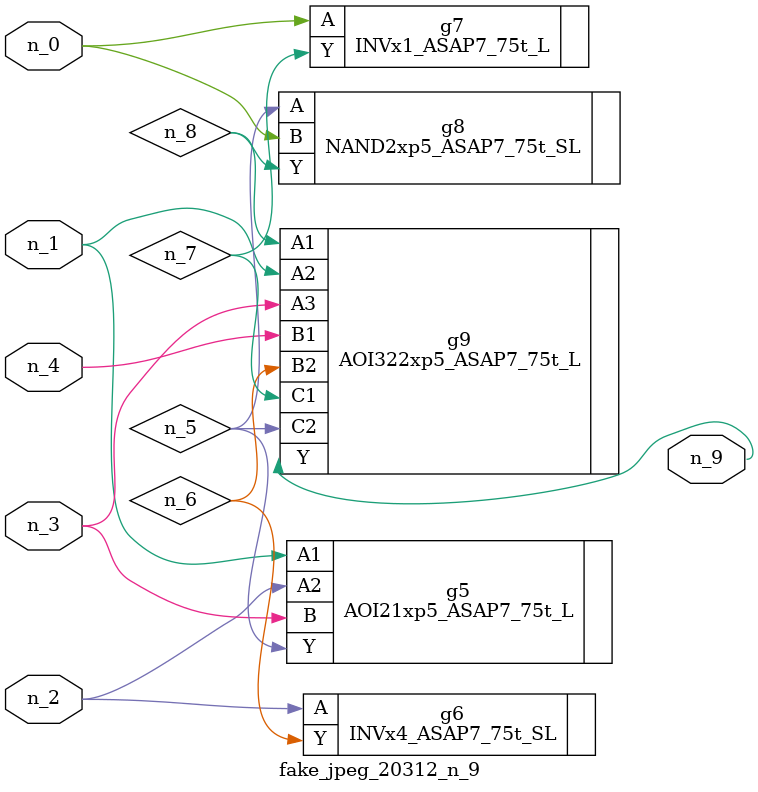
<source format=v>
module fake_jpeg_20312_n_9 (n_3, n_2, n_1, n_0, n_4, n_9);

input n_3;
input n_2;
input n_1;
input n_0;
input n_4;

output n_9;

wire n_8;
wire n_6;
wire n_5;
wire n_7;

AOI21xp5_ASAP7_75t_L g5 ( 
.A1(n_1),
.A2(n_2),
.B(n_3),
.Y(n_5)
);

INVx4_ASAP7_75t_SL g6 ( 
.A(n_2),
.Y(n_6)
);

INVx1_ASAP7_75t_L g7 ( 
.A(n_0),
.Y(n_7)
);

NAND2xp5_ASAP7_75t_SL g8 ( 
.A(n_5),
.B(n_0),
.Y(n_8)
);

AOI322xp5_ASAP7_75t_L g9 ( 
.A1(n_8),
.A2(n_1),
.A3(n_3),
.B1(n_4),
.B2(n_6),
.C1(n_7),
.C2(n_5),
.Y(n_9)
);


endmodule
</source>
